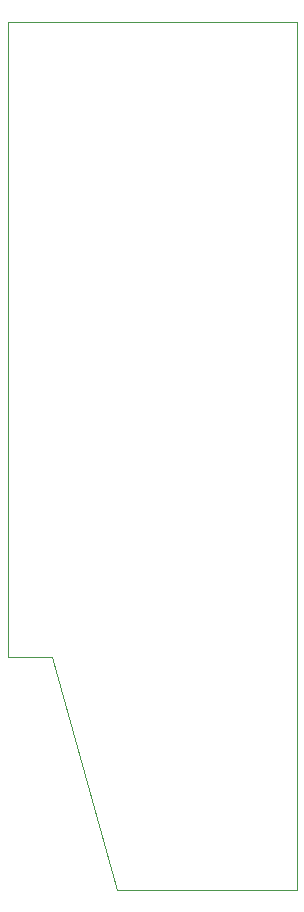
<source format=gbr>
%TF.GenerationSoftware,KiCad,Pcbnew,9.0.0*%
%TF.CreationDate,2025-04-11T18:51:10-05:00*%
%TF.ProjectId,ptSolar-Breakout,7074536f-6c61-4722-9d42-7265616b6f75,rev?*%
%TF.SameCoordinates,Original*%
%TF.FileFunction,Profile,NP*%
%FSLAX46Y46*%
G04 Gerber Fmt 4.6, Leading zero omitted, Abs format (unit mm)*
G04 Created by KiCad (PCBNEW 9.0.0) date 2025-04-11 18:51:10*
%MOMM*%
%LPD*%
G01*
G04 APERTURE LIST*
%TA.AperFunction,Profile*%
%ADD10C,0.050000*%
%TD*%
G04 APERTURE END LIST*
D10*
X142750000Y-121500000D02*
X142750000Y-67750000D01*
X152000000Y-141250000D02*
X146500000Y-121500000D01*
X167250000Y-67750000D02*
X167250000Y-141250000D01*
X152000000Y-141250000D02*
X167250000Y-141250000D01*
X167250000Y-67750000D02*
X142750000Y-67750000D01*
X146500000Y-121500000D02*
X142750000Y-121500000D01*
M02*

</source>
